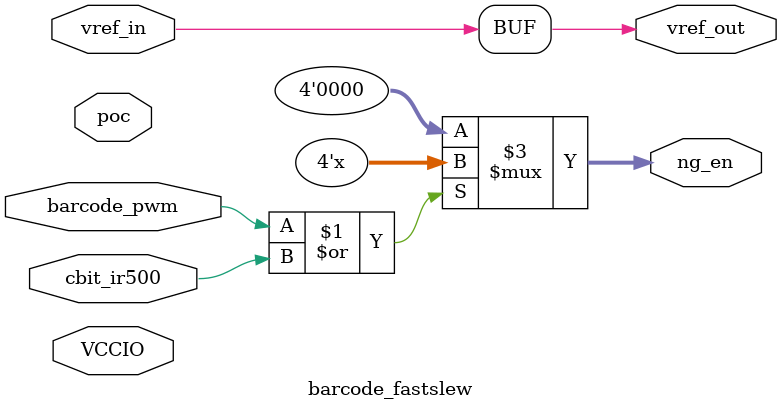
<source format=v>
`timescale 1ns / 10ps 
module barcode_fastslew ( ng_en, vref_out, VCCIO, barcode_pwm, cbit_ir500, poc,
vref_in );


output  vref_out;

input  VCCIO, barcode_pwm, cbit_ir500, poc, vref_in;

output [3:0]  ng_en;

assign vref_out = vref_in;

wire ng_sel = !(barcode_pwm | cbit_ir500);

assign ng_en = ng_sel? 4'b0 : 4'bz;


endmodule

</source>
